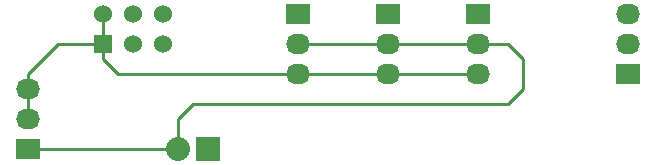
<source format=gbl>
G04 #@! TF.FileFunction,Copper,L2,Bot,Signal*
%FSLAX46Y46*%
G04 Gerber Fmt 4.6, Leading zero omitted, Abs format (unit mm)*
G04 Created by KiCad (PCBNEW 4.0.2-stable) date 4/25/2016 6:36:29 PM*
%MOMM*%
G01*
G04 APERTURE LIST*
%ADD10C,0.100000*%
%ADD11R,2.032000X2.032000*%
%ADD12O,2.032000X2.032000*%
%ADD13R,2.032000X1.727200*%
%ADD14O,2.032000X1.727200*%
%ADD15R,1.524000X1.524000*%
%ADD16C,1.524000*%
%ADD17C,0.254000*%
G04 APERTURE END LIST*
D10*
D11*
X154940000Y-96520000D03*
D12*
X152400000Y-96520000D03*
D13*
X162560000Y-85090000D03*
D14*
X162560000Y-87630000D03*
X162560000Y-90170000D03*
D13*
X190500000Y-90170000D03*
D14*
X190500000Y-87630000D03*
X190500000Y-85090000D03*
D13*
X170180000Y-85090000D03*
D14*
X170180000Y-87630000D03*
X170180000Y-90170000D03*
D13*
X177800000Y-85090000D03*
D14*
X177800000Y-87630000D03*
X177800000Y-90170000D03*
D13*
X139700000Y-96520000D03*
D14*
X139700000Y-93980000D03*
X139700000Y-91440000D03*
D15*
X146050000Y-87630000D03*
D16*
X148590000Y-87630000D03*
X151130000Y-87630000D03*
X151130000Y-85090000D03*
X148590000Y-85090000D03*
X146050000Y-85090000D03*
D17*
X152400000Y-96520000D02*
X139700000Y-96520000D01*
X177800000Y-87630000D02*
X180340000Y-87630000D01*
X152400000Y-93980000D02*
X152400000Y-96520000D01*
X153670000Y-92710000D02*
X152400000Y-93980000D01*
X154940000Y-92710000D02*
X153670000Y-92710000D01*
X180340000Y-92710000D02*
X154940000Y-92710000D01*
X181610000Y-91440000D02*
X180340000Y-92710000D01*
X181610000Y-88900000D02*
X181610000Y-91440000D01*
X180340000Y-87630000D02*
X181610000Y-88900000D01*
X170180000Y-87630000D02*
X177800000Y-87630000D01*
X170180000Y-87630000D02*
X162560000Y-87630000D01*
X170180000Y-90170000D02*
X177800000Y-90170000D01*
X162560000Y-90170000D02*
X170180000Y-90170000D01*
X146050000Y-87630000D02*
X146050000Y-88900000D01*
X147320000Y-90170000D02*
X162560000Y-90170000D01*
X146050000Y-88900000D02*
X147320000Y-90170000D01*
X146050000Y-87630000D02*
X146050000Y-85090000D01*
X139700000Y-91440000D02*
X139700000Y-90170000D01*
X142240000Y-87630000D02*
X146050000Y-87630000D01*
X139700000Y-90170000D02*
X142240000Y-87630000D01*
X139700000Y-93980000D02*
X139700000Y-91440000D01*
M02*

</source>
